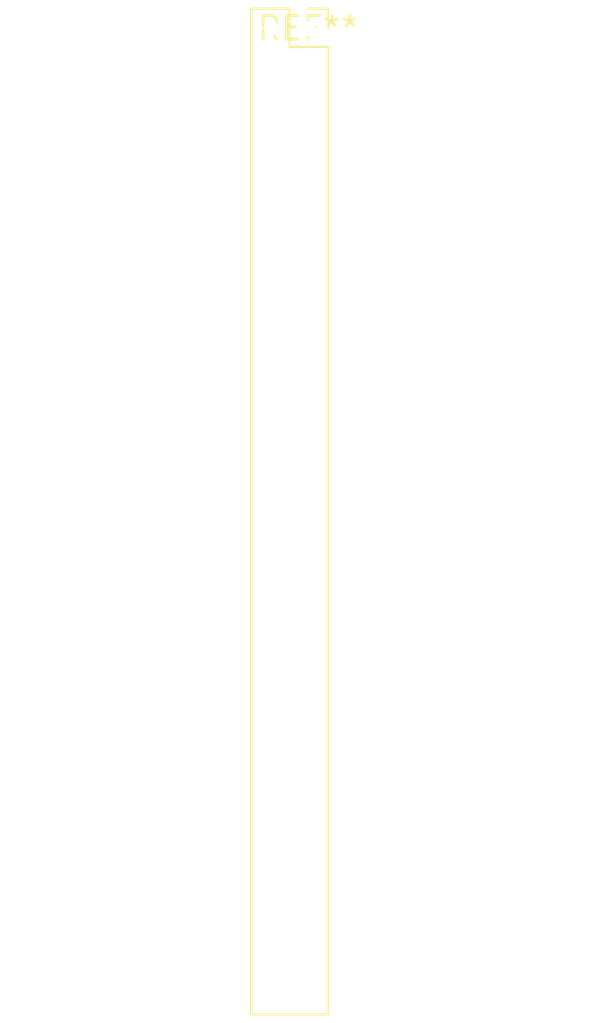
<source format=kicad_pcb>
(kicad_pcb (version 20240108) (generator pcbnew)
  (layers (0 "F.Cu" signal) (31 "B.Cu" signal) (34 "B.Paste" user) (35 "F.Paste" user) (36 "B.SilkS" user "B.Silkscreen") (37 "F.SilkS" user "F.Silkscreen") (38 "B.Mask" user) (39 "F.Mask" user) (44 "Edge.Cuts" user))
  (net 0 "")
  (footprint "PinSocket_2x27_P2.00mm_Vertical" (layer "F.Cu") (at 0 0)
    (property "Reference" "REF**")
    (property "Value" "PinSocket_2x27_P2.00mm_Vertical")
    (fp_line (start -3.06 -1.06) (end -3.06 53.06) (layer "F.SilkS") (stroke (width 0.12)))
    (fp_line (start -3.06 -1.06) (end -1 -1.06) (layer "F.SilkS") (stroke (width 0.12)))
    (fp_line (start -3.06 53.06) (end 1.06 53.06) (layer "F.SilkS") (stroke (width 0.12)))
    (fp_line (start -1 -1.06) (end -1 1) (layer "F.SilkS") (stroke (width 0.12)))
    (fp_line (start -1 1) (end 1.06 1) (layer "F.SilkS") (stroke (width 0.12)))
    (fp_line (start 0 -1.06) (end 1.06 -1.06) (layer "F.SilkS") (stroke (width 0.12)))
    (fp_line (start 1.06 -1.06) (end 1.06 0) (layer "F.SilkS") (stroke (width 0.12)))
    (fp_line (start 1.06 1) (end 1.06 53.06) (layer "F.SilkS") (stroke (width 0.12)))
    (pad "1" thru_hole rect (at 0 0) (size 1.35 1.35) (drill 0.8) (layers *.Cu *.Mask) (remove_unused_layers))
    (pad "2" thru_hole oval (at -2 0) (size 1.35 1.35) (drill 0.8) (layers *.Cu *.Mask) (remove_unused_layers))
    (pad "3" thru_hole oval (at 0 2) (size 1.35 1.35) (drill 0.8) (layers *.Cu *.Mask) (remove_unused_layers))
    (pad "4" thru_hole oval (at -2 2) (size 1.35 1.35) (drill 0.8) (layers *.Cu *.Mask) (remove_unused_layers))
    (pad "5" thru_hole oval (at 0 4) (size 1.35 1.35) (drill 0.8) (layers *.Cu *.Mask) (remove_unused_layers))
    (pad "6" thru_hole oval (at -2 4) (size 1.35 1.35) (drill 0.8) (layers *.Cu *.Mask) (remove_unused_layers))
    (pad "7" thru_hole oval (at 0 6) (size 1.35 1.35) (drill 0.8) (layers *.Cu *.Mask) (remove_unused_layers))
    (pad "8" thru_hole oval (at -2 6) (size 1.35 1.35) (drill 0.8) (layers *.Cu *.Mask) (remove_unused_layers))
    (pad "9" thru_hole oval (at 0 8) (size 1.35 1.35) (drill 0.8) (layers *.Cu *.Mask) (remove_unused_layers))
    (pad "10" thru_hole oval (at -2 8) (size 1.35 1.35) (drill 0.8) (layers *.Cu *.Mask) (remove_unused_layers))
    (pad "11" thru_hole oval (at 0 10) (size 1.35 1.35) (drill 0.8) (layers *.Cu *.Mask) (remove_unused_layers))
    (pad "12" thru_hole oval (at -2 10) (size 1.35 1.35) (drill 0.8) (layers *.Cu *.Mask) (remove_unused_layers))
    (pad "13" thru_hole oval (at 0 12) (size 1.35 1.35) (drill 0.8) (layers *.Cu *.Mask) (remove_unused_layers))
    (pad "14" thru_hole oval (at -2 12) (size 1.35 1.35) (drill 0.8) (layers *.Cu *.Mask) (remove_unused_layers))
    (pad "15" thru_hole oval (at 0 14) (size 1.35 1.35) (drill 0.8) (layers *.Cu *.Mask) (remove_unused_layers))
    (pad "16" thru_hole oval (at -2 14) (size 1.35 1.35) (drill 0.8) (layers *.Cu *.Mask) (remove_unused_layers))
    (pad "17" thru_hole oval (at 0 16) (size 1.35 1.35) (drill 0.8) (layers *.Cu *.Mask) (remove_unused_layers))
    (pad "18" thru_hole oval (at -2 16) (size 1.35 1.35) (drill 0.8) (layers *.Cu *.Mask) (remove_unused_layers))
    (pad "19" thru_hole oval (at 0 18) (size 1.35 1.35) (drill 0.8) (layers *.Cu *.Mask) (remove_unused_layers))
    (pad "20" thru_hole oval (at -2 18) (size 1.35 1.35) (drill 0.8) (layers *.Cu *.Mask) (remove_unused_layers))
    (pad "21" thru_hole oval (at 0 20) (size 1.35 1.35) (drill 0.8) (layers *.Cu *.Mask) (remove_unused_layers))
    (pad "22" thru_hole oval (at -2 20) (size 1.35 1.35) (drill 0.8) (layers *.Cu *.Mask) (remove_unused_layers))
    (pad "23" thru_hole oval (at 0 22) (size 1.35 1.35) (drill 0.8) (layers *.Cu *.Mask) (remove_unused_layers))
    (pad "24" thru_hole oval (at -2 22) (size 1.35 1.35) (drill 0.8) (layers *.Cu *.Mask) (remove_unused_layers))
    (pad "25" thru_hole oval (at 0 24) (size 1.35 1.35) (drill 0.8) (layers *.Cu *.Mask) (remove_unused_layers))
    (pad "26" thru_hole oval (at -2 24) (size 1.35 1.35) (drill 0.8) (layers *.Cu *.Mask) (remove_unused_layers))
    (pad "27" thru_hole oval (at 0 26) (size 1.35 1.35) (drill 0.8) (layers *.Cu *.Mask) (remove_unused_layers))
    (pad "28" thru_hole oval (at -2 26) (size 1.35 1.35) (drill 0.8) (layers *.Cu *.Mask) (remove_unused_layers))
    (pad "29" thru_hole oval (at 0 28) (size 1.35 1.35) (drill 0.8) (layers *.Cu *.Mask) (remove_unused_layers))
    (pad "30" thru_hole oval (at -2 28) (size 1.35 1.35) (drill 0.8) (layers *.Cu *.Mask) (remove_unused_layers))
    (pad "31" thru_hole oval (at 0 30) (size 1.35 1.35) (drill 0.8) (layers *.Cu *.Mask) (remove_unused_layers))
    (pad "32" thru_hole oval (at -2 30) (size 1.35 1.35) (drill 0.8) (layers *.Cu *.Mask) (remove_unused_layers))
    (pad "33" thru_hole oval (at 0 32) (size 1.35 1.35) (drill 0.8) (layers *.Cu *.Mask) (remove_unused_layers))
    (pad "34" thru_hole oval (at -2 32) (size 1.35 1.35) (drill 0.8) (layers *.Cu *.Mask) (remove_unused_layers))
    (pad "35" thru_hole oval (at 0 34) (size 1.35 1.35) (drill 0.8) (layers *.Cu *.Mask) (remove_unused_layers))
    (pad "36" thru_hole oval (at -2 34) (size 1.35 1.35) (drill 0.8) (layers *.Cu *.Mask) (remove_unused_layers))
    (pad "37" thru_hole oval (at 0 36) (size 1.35 1.35) (drill 0.8) (layers *.Cu *.Mask) (remove_unused_layers))
    (pad "38" thru_hole oval (at -2 36) (size 1.35 1.35) (drill 0.8) (layers *.Cu *.Mask) (remove_unused_layers))
    (pad "39" thru_hole oval (at 0 38) (size 1.35 1.35) (drill 0.8) (layers *.Cu *.Mask) (remove_unused_layers))
    (pad "40" thru_hole oval (at -2 38) (size 1.35 1.35) (drill 0.8) (layers *.Cu *.Mask) (remove_unused_layers))
    (pad "41" thru_hole oval (at 0 40) (size 1.35 1.35) (drill 0.8) (layers *.Cu *.Mask) (remove_unused_layers))
    (pad "42" thru_hole oval (at -2 40) (size 1.35 1.35) (drill 0.8) (layers *.Cu *.Mask) (remove_unused_layers))
    (pad "43" thru_hole oval (at 0 42) (size 1.35 1.35) (drill 0.8) (layers *.Cu *.Mask) (remove_unused_layers))
    (pad "44" thru_hole oval (at -2 42) (size 1.35 1.35) (drill 0.8) (layers *.Cu *.Mask) (remove_unused_layers))
    (pad "45" thru_hole oval (at 0 44) (size 1.35 1.35) (drill 0.8) (layers *.Cu *.Mask) (remove_unused_layers))
    (pad "46" thru_hole oval (at -2 44) (size 1.35 1.35) (drill 0.8) (layers *.Cu *.Mask) (remove_unused_layers))
    (pad "47" thru_hole oval (at 0 46) (size 1.35 1.35) (drill 0.8) (layers *.Cu *.Mask) (remove_unused_layers))
    (pad "48" thru_hole oval (at -2 46) (size 1.35 1.35) (drill 0.8) (layers *.Cu *.Mask) (remove_unused_layers))
    (pad "49" thru_hole oval (at 0 48) (size 1.35 1.35) (drill 0.8) (layers *.Cu *.Mask) (remove_unused_layers))
    (pad "50" thru_hole oval (at -2 48) (size 1.35 1.35) (drill 0.8) (layers *.Cu *.Mask) (remove_unused_layers))
    (pad "51" thru_hole oval (at 0 50) (size 1.35 1.35) (drill 0.8) (layers *.Cu *.Mask) (remove_unused_layers))
    (pad "52" thru_hole oval (at -2 50) (size 1.35 1.35) (drill 0.8) (layers *.Cu *.Mask) (remove_unused_layers))
    (pad "53" thru_hole oval (at 0 52) (size 1.35 1.35) (drill 0.8) (layers *.Cu *.Mask) (remove_unused_layers))
    (pad "54" thru_hole oval (at -2 52) (size 1.35 1.35) (drill 0.8) (layers *.Cu *.Mask) (remove_unused_layers))
  )
)
</source>
